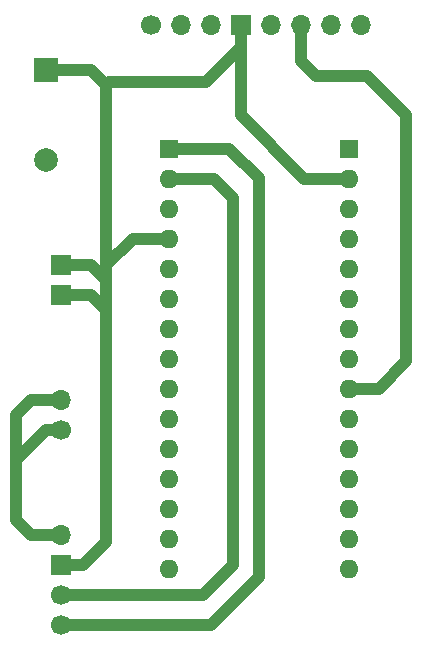
<source format=gtl>
G04 #@! TF.GenerationSoftware,KiCad,Pcbnew,(5.1.4)-1*
G04 #@! TF.CreationDate,2020-10-08T18:43:15-04:00*
G04 #@! TF.ProjectId,LapTimerBoard,4c617054-696d-4657-9242-6f6172642e6b,rev?*
G04 #@! TF.SameCoordinates,Original*
G04 #@! TF.FileFunction,Copper,L1,Top*
G04 #@! TF.FilePolarity,Positive*
%FSLAX46Y46*%
G04 Gerber Fmt 4.6, Leading zero omitted, Abs format (unit mm)*
G04 Created by KiCad (PCBNEW (5.1.4)-1) date 2020-10-08 18:43:15*
%MOMM*%
%LPD*%
G04 APERTURE LIST*
%ADD10R,1.700000X1.700000*%
%ADD11O,1.600000X1.600000*%
%ADD12R,1.600000X1.600000*%
%ADD13O,1.700000X1.700000*%
%ADD14C,1.700000*%
%ADD15C,2.000000*%
%ADD16R,2.000000X2.000000*%
%ADD17C,1.000000*%
%ADD18C,0.250000*%
G04 APERTURE END LIST*
D10*
X110490000Y-107950000D03*
X110490000Y-110490000D03*
D11*
X134905001Y-133625001D03*
X119665001Y-133625001D03*
D12*
X134905001Y-98065001D03*
D11*
X119665001Y-131085001D03*
X134905001Y-100605001D03*
X119665001Y-128545001D03*
X134905001Y-103145001D03*
X119665001Y-126005001D03*
X134905001Y-105685001D03*
X119665001Y-123465001D03*
X134905001Y-108225001D03*
X119665001Y-120925001D03*
X134905001Y-110765001D03*
X119665001Y-118385001D03*
X134905001Y-113305001D03*
X119665001Y-115845001D03*
X134905001Y-115845001D03*
X119665001Y-113305001D03*
X134905001Y-118385001D03*
X119665001Y-110765001D03*
X134905001Y-120925001D03*
X119665001Y-108225001D03*
X134905001Y-123465001D03*
X119665001Y-105685001D03*
X134905001Y-126005001D03*
X119665001Y-103145001D03*
X134905001Y-128545001D03*
X119665001Y-100605001D03*
X134905001Y-131085001D03*
D12*
X119665001Y-98065001D03*
D13*
X135890000Y-87630000D03*
X133350000Y-87630000D03*
X130810000Y-87630000D03*
X128270000Y-87630000D03*
D10*
X125730000Y-87630000D03*
D13*
X123190000Y-87630000D03*
X120650000Y-87630000D03*
D14*
X118110000Y-87630000D03*
D13*
X110490000Y-119380000D03*
D14*
X110490000Y-121920000D03*
D13*
X110490000Y-130810000D03*
D10*
X110490000Y-133350000D03*
D14*
X110490000Y-135890000D03*
X110490000Y-138430000D03*
D15*
X109220000Y-99040000D03*
D16*
X109220000Y-91440000D03*
D17*
X110490000Y-119380000D02*
X107950000Y-119380000D01*
X107950000Y-119380000D02*
X106680000Y-120650000D01*
X107950000Y-130810000D02*
X110490000Y-130810000D01*
X106680000Y-129540000D02*
X107950000Y-130810000D01*
X110490000Y-121920000D02*
X109220000Y-121920000D01*
X109220000Y-121920000D02*
X106680000Y-124460000D01*
X106680000Y-120650000D02*
X106680000Y-124460000D01*
X106680000Y-124460000D02*
X106680000Y-129540000D01*
X113030000Y-110490000D02*
X110490000Y-110490000D01*
X114300000Y-111760000D02*
X113030000Y-110490000D01*
X114300000Y-131390000D02*
X114300000Y-111760000D01*
X110490000Y-133350000D02*
X112340000Y-133350000D01*
X112340000Y-133350000D02*
X114300000Y-131390000D01*
X114300000Y-111760000D02*
X114300000Y-109220000D01*
X114300000Y-109220000D02*
X114300000Y-107950000D01*
X113030000Y-107950000D02*
X114300000Y-109220000D01*
X110490000Y-107950000D02*
X113030000Y-107950000D01*
X116564999Y-105685001D02*
X114300000Y-107950000D01*
X119665001Y-105685001D02*
X116564999Y-105685001D01*
X114300000Y-92710000D02*
X114300000Y-107950000D01*
X109220000Y-91440000D02*
X113030000Y-91440000D01*
X113030000Y-91440000D02*
X114300000Y-92710000D01*
X125730000Y-89480000D02*
X122754000Y-92456000D01*
X125730000Y-87630000D02*
X125730000Y-89480000D01*
X114554000Y-92456000D02*
X114300000Y-92710000D01*
X122754000Y-92456000D02*
X114554000Y-92456000D01*
X134905001Y-100605001D02*
X131085001Y-100605001D01*
X125730000Y-95250000D02*
X125730000Y-89480000D01*
X131085001Y-100605001D02*
X125730000Y-95250000D01*
X130810000Y-90678000D02*
X130810000Y-87630000D01*
X134905001Y-118385001D02*
X137392999Y-118385001D01*
X139700000Y-116078000D02*
X139700000Y-95250000D01*
X139700000Y-95250000D02*
X136398000Y-91948000D01*
X137392999Y-118385001D02*
X139700000Y-116078000D01*
X136398000Y-91948000D02*
X132080000Y-91948000D01*
X132080000Y-91948000D02*
X130810000Y-90678000D01*
D18*
X120374999Y-100605001D02*
X119665001Y-100605001D01*
D17*
X110490000Y-135890000D02*
X122555000Y-135890000D01*
X122555000Y-135890000D02*
X125095000Y-133350000D01*
X125095000Y-133350000D02*
X125095000Y-102235000D01*
X123465001Y-100605001D02*
X119665001Y-100605001D01*
X125095000Y-102235000D02*
X123465001Y-100605001D01*
X124735001Y-98065001D02*
X119665001Y-98065001D01*
X127254000Y-100584000D02*
X124735001Y-98065001D01*
X127254000Y-134366000D02*
X127254000Y-100584000D01*
X110490000Y-138430000D02*
X123190000Y-138430000D01*
X123190000Y-138430000D02*
X127254000Y-134366000D01*
M02*

</source>
